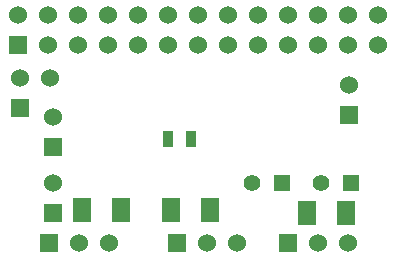
<source format=gbs>
G04 (created by PCBNEW (2013-07-07 BZR 4022)-stable) date 11/27/2014 11:17:14 AM*
%MOIN*%
G04 Gerber Fmt 3.4, Leading zero omitted, Abs format*
%FSLAX34Y34*%
G01*
G70*
G90*
G04 APERTURE LIST*
%ADD10C,0.00590551*%
%ADD11R,0.06X0.06*%
%ADD12C,0.06*%
%ADD13R,0.06X0.08*%
%ADD14R,0.055X0.055*%
%ADD15C,0.055*%
%ADD16R,0.035X0.055*%
G04 APERTURE END LIST*
G54D10*
G54D11*
X18444Y-13728D03*
G54D12*
X18444Y-12728D03*
X19444Y-13728D03*
X19444Y-12728D03*
X20444Y-13728D03*
X20444Y-12728D03*
X21444Y-13728D03*
X21444Y-12728D03*
X22444Y-13728D03*
X22444Y-12728D03*
X23444Y-13728D03*
X23444Y-12728D03*
X24444Y-13728D03*
X24444Y-12728D03*
X25444Y-13728D03*
X25444Y-12728D03*
X26444Y-13728D03*
X26444Y-12728D03*
X27444Y-13728D03*
X27444Y-12728D03*
X28444Y-13728D03*
X28444Y-12728D03*
X29444Y-13728D03*
X29444Y-12728D03*
X30444Y-13728D03*
X30444Y-12728D03*
G54D11*
X27416Y-20311D03*
G54D12*
X28416Y-20311D03*
X29416Y-20311D03*
G54D11*
X23716Y-20311D03*
G54D12*
X24716Y-20311D03*
X25716Y-20311D03*
G54D11*
X19600Y-17100D03*
G54D12*
X19600Y-16100D03*
G54D11*
X19600Y-19300D03*
G54D12*
X19600Y-18300D03*
G54D11*
X19466Y-20311D03*
G54D12*
X20466Y-20311D03*
X21466Y-20311D03*
G54D11*
X29466Y-16061D03*
G54D12*
X29466Y-15061D03*
G54D13*
X24816Y-19211D03*
X23516Y-19211D03*
G54D14*
X29516Y-18311D03*
G54D15*
X28516Y-18311D03*
G54D14*
X27216Y-18311D03*
G54D15*
X26216Y-18311D03*
G54D13*
X20566Y-19211D03*
X21866Y-19211D03*
X29366Y-19311D03*
X28066Y-19311D03*
G54D16*
X23441Y-16861D03*
X24191Y-16861D03*
G54D11*
X18500Y-15800D03*
G54D12*
X18500Y-14800D03*
X19500Y-14800D03*
M02*

</source>
